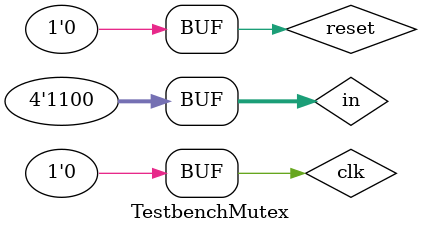
<source format=sv>
`timescale 1ns / 1ps

module TestbenchMutex();
	localparam WIDTH = 4;
	logic clk,reset;
	logic [WIDTH-1:0] in,out;
	Mutex MyMutex(in,reset,out);
	assign clk = ~clk;
	
	initial begin
	  clk = 1'b0;
		reset = 1'b1;
		in = 4'd0;
		#100
		reset = 1'b0;
		#10
		in=4'b0001;
		#10
		in=4'b1001;
		#10;
		in = 4'b1100;
	end
	
endmodule

</source>
